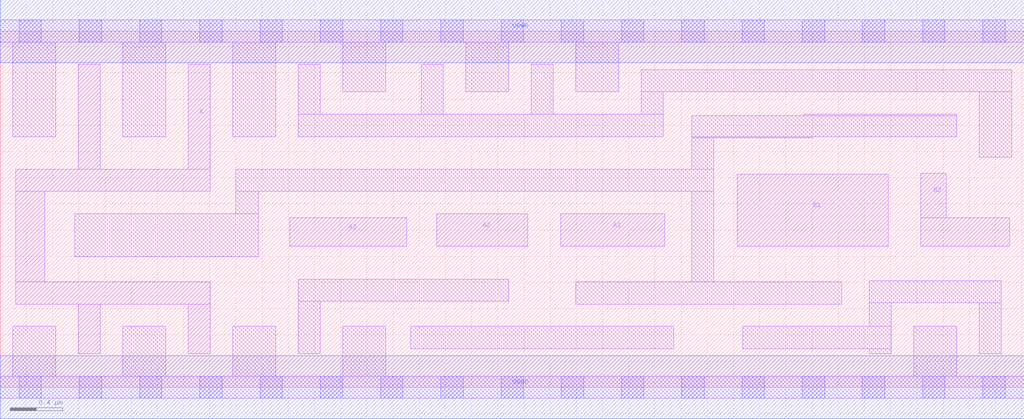
<source format=lef>
# Copyright 2020 The SkyWater PDK Authors
#
# Licensed under the Apache License, Version 2.0 (the "License");
# you may not use this file except in compliance with the License.
# You may obtain a copy of the License at
#
#     https://www.apache.org/licenses/LICENSE-2.0
#
# Unless required by applicable law or agreed to in writing, software
# distributed under the License is distributed on an "AS IS" BASIS,
# WITHOUT WARRANTIES OR CONDITIONS OF ANY KIND, either express or implied.
# See the License for the specific language governing permissions and
# limitations under the License.
#
# SPDX-License-Identifier: Apache-2.0

VERSION 5.7 ;
  NAMESCASESENSITIVE ON ;
  NOWIREEXTENSIONATPIN ON ;
  DIVIDERCHAR "/" ;
  BUSBITCHARS "[]" ;
UNITS
  DATABASE MICRONS 200 ;
END UNITS
MACRO sky130_fd_sc_hd__a32o_4
  CLASS CORE ;
  SOURCE USER ;
  FOREIGN sky130_fd_sc_hd__a32o_4 ;
  ORIGIN  0.000000  0.000000 ;
  SIZE  7.820000 BY  2.720000 ;
  SYMMETRY X Y R90 ;
  SITE unithd ;
  PIN A1
    ANTENNAGATEAREA  0.495000 ;
    DIRECTION INPUT ;
    USE SIGNAL ;
    PORT
      LAYER li1 ;
        RECT 4.280000 1.075000 5.075000 1.325000 ;
    END
  END A1
  PIN A2
    ANTENNAGATEAREA  0.495000 ;
    DIRECTION INPUT ;
    USE SIGNAL ;
    PORT
      LAYER li1 ;
        RECT 3.335000 1.075000 4.030000 1.325000 ;
    END
  END A2
  PIN A3
    ANTENNAGATEAREA  0.495000 ;
    DIRECTION INPUT ;
    USE SIGNAL ;
    PORT
      LAYER li1 ;
        RECT 2.210000 1.075000 3.105000 1.295000 ;
    END
  END A3
  PIN B1
    ANTENNAGATEAREA  0.495000 ;
    DIRECTION INPUT ;
    USE SIGNAL ;
    PORT
      LAYER li1 ;
        RECT 5.630000 1.075000 6.780000 1.625000 ;
    END
  END B1
  PIN B2
    ANTENNAGATEAREA  0.495000 ;
    DIRECTION INPUT ;
    USE SIGNAL ;
    PORT
      LAYER li1 ;
        RECT 7.030000 1.075000 7.710000 1.295000 ;
        RECT 7.030000 1.295000 7.225000 1.635000 ;
    END
  END B2
  PIN X
    ANTENNADIFFAREA  0.891000 ;
    DIRECTION OUTPUT ;
    USE SIGNAL ;
    PORT
      LAYER li1 ;
        RECT 0.120000 0.635000 1.605000 0.805000 ;
        RECT 0.120000 0.805000 0.340000 1.495000 ;
        RECT 0.120000 1.495000 1.605000 1.665000 ;
        RECT 0.595000 0.255000 0.765000 0.635000 ;
        RECT 0.595000 1.665000 0.765000 2.465000 ;
        RECT 1.435000 0.255000 1.605000 0.635000 ;
        RECT 1.435000 1.665000 1.605000 2.465000 ;
    END
  END X
  PIN VGND
    DIRECTION INOUT ;
    SHAPE ABUTMENT ;
    USE GROUND ;
    PORT
      LAYER met1 ;
        RECT 0.000000 -0.240000 7.820000 0.240000 ;
    END
  END VGND
  PIN VPWR
    DIRECTION INOUT ;
    SHAPE ABUTMENT ;
    USE POWER ;
    PORT
      LAYER met1 ;
        RECT 0.000000 2.480000 7.820000 2.960000 ;
    END
  END VPWR
  OBS
    LAYER li1 ;
      RECT 0.000000 -0.085000 7.820000 0.085000 ;
      RECT 0.000000  2.635000 7.820000 2.805000 ;
      RECT 0.095000  0.085000 0.425000 0.465000 ;
      RECT 0.095000  1.915000 0.425000 2.635000 ;
      RECT 0.570000  0.995000 1.970000 1.325000 ;
      RECT 0.935000  0.085000 1.265000 0.465000 ;
      RECT 0.935000  1.915000 1.265000 2.635000 ;
      RECT 1.775000  0.085000 2.105000 0.465000 ;
      RECT 1.775000  1.915000 2.105000 2.635000 ;
      RECT 1.800000  1.325000 1.970000 1.495000 ;
      RECT 1.800000  1.495000 5.450000 1.665000 ;
      RECT 2.275000  0.255000 2.445000 0.655000 ;
      RECT 2.275000  0.655000 3.885000 0.825000 ;
      RECT 2.275000  1.915000 5.065000 2.085000 ;
      RECT 2.275000  2.085000 2.445000 2.465000 ;
      RECT 2.615000  0.085000 2.945000 0.465000 ;
      RECT 2.615000  2.255000 2.945000 2.635000 ;
      RECT 3.135000  0.295000 5.145000 0.465000 ;
      RECT 3.215000  2.085000 3.385000 2.465000 ;
      RECT 3.555000  2.255000 3.885000 2.635000 ;
      RECT 4.055000  2.085000 4.225000 2.465000 ;
      RECT 4.395000  0.635000 6.425000 0.805000 ;
      RECT 4.395000  2.255000 4.725000 2.635000 ;
      RECT 4.895000  2.085000 5.065000 2.255000 ;
      RECT 4.895000  2.255000 7.725000 2.425000 ;
      RECT 5.280000  0.805000 5.450000 1.495000 ;
      RECT 5.280000  1.665000 5.450000 1.905000 ;
      RECT 5.280000  1.905000 6.200000 1.915000 ;
      RECT 5.280000  1.915000 7.305000 2.075000 ;
      RECT 5.670000  0.295000 6.805000 0.465000 ;
      RECT 6.135000  2.075000 7.305000 2.085000 ;
      RECT 6.635000  0.255000 6.805000 0.295000 ;
      RECT 6.635000  0.465000 6.805000 0.645000 ;
      RECT 6.635000  0.645000 7.645000 0.815000 ;
      RECT 6.975000  0.085000 7.305000 0.465000 ;
      RECT 7.475000  0.255000 7.645000 0.645000 ;
      RECT 7.475000  1.755000 7.725000 2.255000 ;
    LAYER mcon ;
      RECT 0.145000 -0.085000 0.315000 0.085000 ;
      RECT 0.145000  2.635000 0.315000 2.805000 ;
      RECT 0.605000 -0.085000 0.775000 0.085000 ;
      RECT 0.605000  2.635000 0.775000 2.805000 ;
      RECT 1.065000 -0.085000 1.235000 0.085000 ;
      RECT 1.065000  2.635000 1.235000 2.805000 ;
      RECT 1.525000 -0.085000 1.695000 0.085000 ;
      RECT 1.525000  2.635000 1.695000 2.805000 ;
      RECT 1.985000 -0.085000 2.155000 0.085000 ;
      RECT 1.985000  2.635000 2.155000 2.805000 ;
      RECT 2.445000 -0.085000 2.615000 0.085000 ;
      RECT 2.445000  2.635000 2.615000 2.805000 ;
      RECT 2.905000 -0.085000 3.075000 0.085000 ;
      RECT 2.905000  2.635000 3.075000 2.805000 ;
      RECT 3.365000 -0.085000 3.535000 0.085000 ;
      RECT 3.365000  2.635000 3.535000 2.805000 ;
      RECT 3.825000 -0.085000 3.995000 0.085000 ;
      RECT 3.825000  2.635000 3.995000 2.805000 ;
      RECT 4.285000 -0.085000 4.455000 0.085000 ;
      RECT 4.285000  2.635000 4.455000 2.805000 ;
      RECT 4.745000 -0.085000 4.915000 0.085000 ;
      RECT 4.745000  2.635000 4.915000 2.805000 ;
      RECT 5.205000 -0.085000 5.375000 0.085000 ;
      RECT 5.205000  2.635000 5.375000 2.805000 ;
      RECT 5.665000 -0.085000 5.835000 0.085000 ;
      RECT 5.665000  2.635000 5.835000 2.805000 ;
      RECT 6.125000 -0.085000 6.295000 0.085000 ;
      RECT 6.125000  2.635000 6.295000 2.805000 ;
      RECT 6.585000 -0.085000 6.755000 0.085000 ;
      RECT 6.585000  2.635000 6.755000 2.805000 ;
      RECT 7.045000 -0.085000 7.215000 0.085000 ;
      RECT 7.045000  2.635000 7.215000 2.805000 ;
      RECT 7.505000 -0.085000 7.675000 0.085000 ;
      RECT 7.505000  2.635000 7.675000 2.805000 ;
  END
END sky130_fd_sc_hd__a32o_4

</source>
